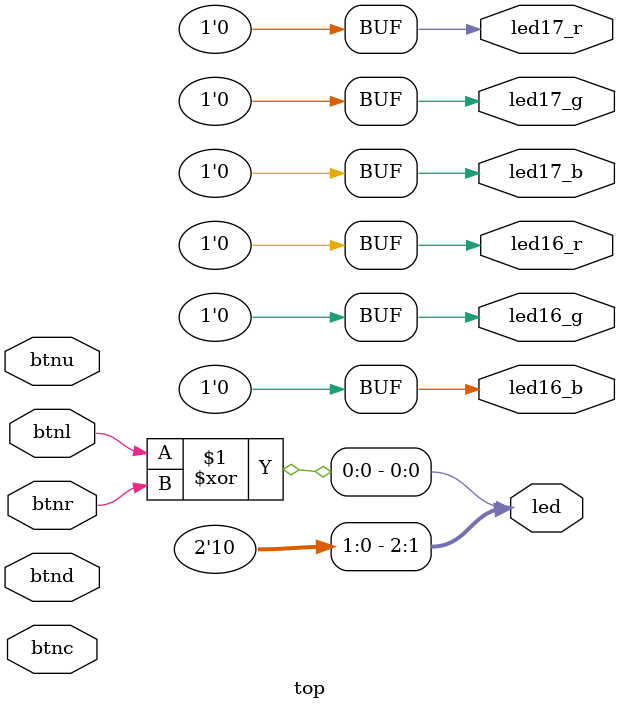
<source format=v>

module top
(
    input         btnc,
    input         btnu,
    input         btnl,
    input         btnr,
    input         btnd,

    output [15:0] led,

    output        led16_r,
    output        led16_g,
    output        led16_b,

    output        led17_r,
    output        led17_g,
    output        led17_b
);

    assign led [0] = btnl ^ btnr;

    // Exercise 1: Change the code below.
    // Write the same for led [1] - logic operation AND 
    // Write the same for led [2] - logic operation OR

    assign led [1] = 1'b0;
    assign led [2] = 1'b1;

    // Exercise 2: RGB leds allow to make different colors.
    // Explore them.

    assign led16_r = 1'b0;
    assign led16_g = 1'b0;
    assign led16_b = 1'b0;

    assign led17_r = 1'b0;
    assign led17_g = 1'b0;
    assign led17_b = 1'b0;

endmodule

</source>
